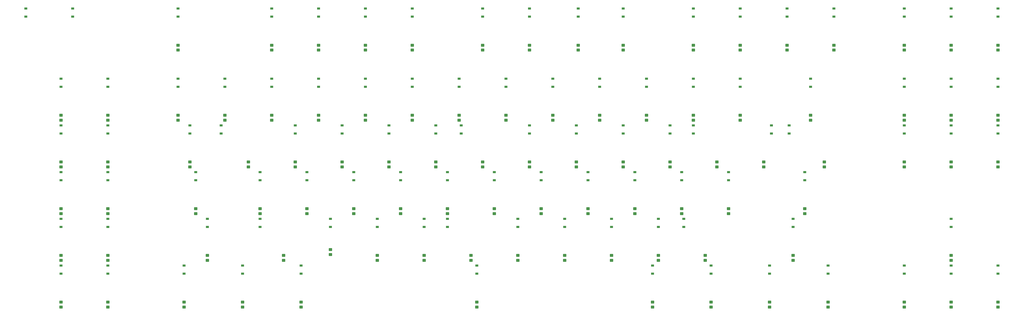
<source format=gbp>
G04 #@! TF.GenerationSoftware,KiCad,Pcbnew,6.0.7-f9a2dced07~116~ubuntu22.04.1*
G04 #@! TF.CreationDate,2022-09-05T17:56:12+01:00*
G04 #@! TF.ProjectId,keyboard,6b657962-6f61-4726-942e-6b696361645f,rev?*
G04 #@! TF.SameCoordinates,Original*
G04 #@! TF.FileFunction,Paste,Bot*
G04 #@! TF.FilePolarity,Positive*
%FSLAX46Y46*%
G04 Gerber Fmt 4.6, Leading zero omitted, Abs format (unit mm)*
G04 Created by KiCad (PCBNEW 6.0.7-f9a2dced07~116~ubuntu22.04.1) date 2022-09-05 17:56:12*
%MOMM*%
%LPD*%
G01*
G04 APERTURE LIST*
G04 Aperture macros list*
%AMRoundRect*
0 Rectangle with rounded corners*
0 $1 Rounding radius*
0 $2 $3 $4 $5 $6 $7 $8 $9 X,Y pos of 4 corners*
0 Add a 4 corners polygon primitive as box body*
4,1,4,$2,$3,$4,$5,$6,$7,$8,$9,$2,$3,0*
0 Add four circle primitives for the rounded corners*
1,1,$1+$1,$2,$3*
1,1,$1+$1,$4,$5*
1,1,$1+$1,$6,$7*
1,1,$1+$1,$8,$9*
0 Add four rect primitives between the rounded corners*
20,1,$1+$1,$2,$3,$4,$5,0*
20,1,$1+$1,$4,$5,$6,$7,0*
20,1,$1+$1,$6,$7,$8,$9,0*
20,1,$1+$1,$8,$9,$2,$3,0*%
G04 Aperture macros list end*
%ADD10R,1.200000X0.900000*%
%ADD11RoundRect,0.250000X-0.450000X0.350000X-0.450000X-0.350000X0.450000X-0.350000X0.450000X0.350000X0*%
G04 APERTURE END LIST*
D10*
X313531250Y-118206250D03*
X313531250Y-121506250D03*
D11*
X199231250Y-180768750D03*
X199231250Y-182768750D03*
D10*
X465931250Y-146781250D03*
X465931250Y-150081250D03*
D11*
X175418750Y-218868750D03*
X175418750Y-220868750D03*
D10*
X189706250Y-146781250D03*
X189706250Y-150081250D03*
D11*
X275431250Y-133143750D03*
X275431250Y-135143750D03*
X446881250Y-180768750D03*
X446881250Y-182768750D03*
D10*
X261143750Y-184881250D03*
X261143750Y-188181250D03*
D11*
X313531250Y-180768750D03*
X313531250Y-182768750D03*
D10*
X275431250Y-165831250D03*
X275431250Y-169131250D03*
X389731250Y-146781250D03*
X389731250Y-150081250D03*
D11*
X313531250Y-133143750D03*
X313531250Y-135143750D03*
X218281250Y-180768750D03*
X218281250Y-182768750D03*
X254000000Y-237918750D03*
X254000000Y-239918750D03*
D10*
X446881250Y-222981250D03*
X446881250Y-226281250D03*
D11*
X132556250Y-133143750D03*
X132556250Y-135143750D03*
X382587500Y-218868750D03*
X382587500Y-220868750D03*
X465931250Y-161718750D03*
X465931250Y-163718750D03*
X161131250Y-180768750D03*
X161131250Y-182768750D03*
X144462500Y-218868750D03*
X144462500Y-220868750D03*
D10*
X446881250Y-165831250D03*
X446881250Y-169131250D03*
X280193750Y-184881250D03*
X280193750Y-188181250D03*
D11*
X256381250Y-180768750D03*
X256381250Y-182768750D03*
D10*
X165893750Y-203931250D03*
X165893750Y-207231250D03*
X103981250Y-165831250D03*
X103981250Y-169131250D03*
X265906250Y-146781250D03*
X265906250Y-150081250D03*
D11*
X446881250Y-237918750D03*
X446881250Y-239918750D03*
D10*
X151606250Y-146781250D03*
X151606250Y-150081250D03*
D11*
X208756250Y-161718750D03*
X208756250Y-163718750D03*
X170656250Y-161718750D03*
X170656250Y-163718750D03*
D10*
X380206250Y-118206250D03*
X380206250Y-121506250D03*
D11*
X389731250Y-161718750D03*
X389731250Y-163718750D03*
D10*
X342106250Y-165831250D03*
X342106250Y-169131250D03*
X308768750Y-203931250D03*
X308768750Y-207231250D03*
X213518750Y-203931250D03*
X213518750Y-207231250D03*
D11*
X242093750Y-199818750D03*
X242093750Y-201818750D03*
D10*
X84931250Y-203931250D03*
X84931250Y-207231250D03*
X338137500Y-203931250D03*
X338137500Y-207231250D03*
D11*
X84931250Y-180768750D03*
X84931250Y-182768750D03*
D10*
X184943750Y-184881250D03*
X184943750Y-188181250D03*
D11*
X387350000Y-199818750D03*
X387350000Y-201818750D03*
X373062500Y-237918750D03*
X373062500Y-239918750D03*
D10*
X361156250Y-146781250D03*
X361156250Y-150081250D03*
D11*
X203993750Y-199818750D03*
X203993750Y-201818750D03*
D10*
X275431250Y-118206250D03*
X275431250Y-121506250D03*
X318293750Y-184881250D03*
X318293750Y-188181250D03*
X446881250Y-146781250D03*
X446881250Y-150081250D03*
D11*
X246856250Y-161718750D03*
X246856250Y-163718750D03*
D10*
X103981250Y-146781250D03*
X103981250Y-150081250D03*
X242093750Y-203931250D03*
X242093750Y-207231250D03*
D11*
X427831250Y-161718750D03*
X427831250Y-163718750D03*
X132556250Y-161718750D03*
X132556250Y-163718750D03*
D10*
X84931250Y-165831250D03*
X84931250Y-169131250D03*
D11*
X180181250Y-180768750D03*
X180181250Y-182768750D03*
D10*
X208756250Y-146781250D03*
X208756250Y-150081250D03*
X323056250Y-146781250D03*
X323056250Y-150081250D03*
X89693750Y-118206250D03*
X89693750Y-121506250D03*
D11*
X342106250Y-133143750D03*
X342106250Y-135143750D03*
X446881250Y-218868750D03*
X446881250Y-220868750D03*
D10*
X237331250Y-165831250D03*
X237331250Y-169131250D03*
X170656250Y-118206250D03*
X170656250Y-121506250D03*
D11*
X361156250Y-161718750D03*
X361156250Y-163718750D03*
X139700000Y-199818750D03*
X139700000Y-201818750D03*
D10*
X342106250Y-118206250D03*
X342106250Y-121506250D03*
D11*
X251618750Y-218868750D03*
X251618750Y-220868750D03*
D10*
X337343750Y-184881250D03*
X337343750Y-188181250D03*
X182562500Y-222981250D03*
X182562500Y-226281250D03*
X295275000Y-118206250D03*
X295275000Y-121506250D03*
X332581250Y-165831250D03*
X332581250Y-169131250D03*
D11*
X158750000Y-237918750D03*
X158750000Y-239918750D03*
D10*
X189706250Y-118206250D03*
X189706250Y-121506250D03*
D11*
X295275000Y-133143750D03*
X295275000Y-135143750D03*
D10*
X218281250Y-165831250D03*
X218281250Y-169131250D03*
D11*
X337343750Y-199818750D03*
X337343750Y-201818750D03*
X318293750Y-199818750D03*
X318293750Y-201818750D03*
D10*
X465931250Y-118206250D03*
X465931250Y-121506250D03*
D11*
X299243750Y-199818750D03*
X299243750Y-201818750D03*
D10*
X137318750Y-165831250D03*
X137318750Y-169131250D03*
X139700000Y-184881250D03*
X139700000Y-188181250D03*
X254000000Y-222981250D03*
X254000000Y-226281250D03*
X84931250Y-222981250D03*
X84931250Y-226281250D03*
D11*
X327818750Y-218868750D03*
X327818750Y-220868750D03*
X280193750Y-199818750D03*
X280193750Y-201818750D03*
X227806250Y-133143750D03*
X227806250Y-135143750D03*
D10*
X70643750Y-118206250D03*
X70643750Y-121506250D03*
X387350000Y-184881250D03*
X387350000Y-188181250D03*
D11*
X227806250Y-161718750D03*
X227806250Y-163718750D03*
D10*
X246856250Y-146781250D03*
X246856250Y-150081250D03*
X382587500Y-203931250D03*
X382587500Y-207231250D03*
D11*
X103981250Y-180768750D03*
X103981250Y-182768750D03*
D10*
X427831250Y-222981250D03*
X427831250Y-226281250D03*
D11*
X399256250Y-133143750D03*
X399256250Y-135143750D03*
X465931250Y-180768750D03*
X465931250Y-182768750D03*
D10*
X361156250Y-118206250D03*
X361156250Y-121506250D03*
X270668750Y-203931250D03*
X270668750Y-207231250D03*
X356393750Y-184881250D03*
X356393750Y-188181250D03*
D11*
X189706250Y-161718750D03*
X189706250Y-163718750D03*
D10*
X144462500Y-203931250D03*
X144462500Y-207231250D03*
X446881250Y-203931250D03*
X446881250Y-207231250D03*
X227806250Y-118206250D03*
X227806250Y-121506250D03*
X446881250Y-118206250D03*
X446881250Y-121506250D03*
D11*
X84931250Y-218868750D03*
X84931250Y-220868750D03*
X284956250Y-161718750D03*
X284956250Y-163718750D03*
X182562500Y-237918750D03*
X182562500Y-239918750D03*
X237331250Y-180768750D03*
X237331250Y-182768750D03*
X165893750Y-199818750D03*
X165893750Y-201818750D03*
D10*
X304006250Y-146781250D03*
X304006250Y-150081250D03*
D11*
X137318750Y-180768750D03*
X137318750Y-182768750D03*
D10*
X103981250Y-222981250D03*
X103981250Y-226281250D03*
D11*
X325437500Y-237918750D03*
X325437500Y-239918750D03*
D10*
X170656250Y-146781250D03*
X170656250Y-150081250D03*
X396875000Y-222981250D03*
X396875000Y-226281250D03*
D11*
X134937500Y-237918750D03*
X134937500Y-239918750D03*
D10*
X289718750Y-203931250D03*
X289718750Y-207231250D03*
D11*
X84931250Y-161718750D03*
X84931250Y-163718750D03*
X427831250Y-133143750D03*
X427831250Y-135143750D03*
X308768750Y-218868750D03*
X308768750Y-220868750D03*
X396875000Y-237918750D03*
X396875000Y-239918750D03*
D10*
X373062500Y-222981250D03*
X373062500Y-226281250D03*
X199231250Y-165831250D03*
X199231250Y-169131250D03*
X134937500Y-222981250D03*
X134937500Y-226281250D03*
D11*
X346868750Y-218868750D03*
X346868750Y-220868750D03*
D10*
X284956250Y-146781250D03*
X284956250Y-150081250D03*
D11*
X184943750Y-199818750D03*
X184943750Y-201818750D03*
D10*
X247650000Y-165831250D03*
X247650000Y-169131250D03*
D11*
X446881250Y-161718750D03*
X446881250Y-163718750D03*
D10*
X84931250Y-184881250D03*
X84931250Y-188181250D03*
X132556250Y-118206250D03*
X132556250Y-121506250D03*
D11*
X304006250Y-161718750D03*
X304006250Y-163718750D03*
D10*
X399256250Y-118206250D03*
X399256250Y-121506250D03*
D11*
X84931250Y-237918750D03*
X84931250Y-239918750D03*
D10*
X381000000Y-165831250D03*
X381000000Y-169131250D03*
X327818750Y-203931250D03*
X327818750Y-207231250D03*
D11*
X194468750Y-216487500D03*
X194468750Y-218487500D03*
D10*
X427831250Y-118206250D03*
X427831250Y-121506250D03*
D11*
X380206250Y-133143750D03*
X380206250Y-135143750D03*
X261143750Y-199818750D03*
X261143750Y-201818750D03*
D10*
X242093750Y-184881250D03*
X242093750Y-188181250D03*
D11*
X323056250Y-161718750D03*
X323056250Y-163718750D03*
X103981250Y-218868750D03*
X103981250Y-220868750D03*
X349250000Y-237918750D03*
X349250000Y-239918750D03*
D10*
X180181250Y-165831250D03*
X180181250Y-169131250D03*
D11*
X370681250Y-180768750D03*
X370681250Y-182768750D03*
X294481250Y-180768750D03*
X294481250Y-182768750D03*
X103981250Y-237918750D03*
X103981250Y-239918750D03*
D10*
X349250000Y-222981250D03*
X349250000Y-226281250D03*
X158750000Y-222981250D03*
X158750000Y-226281250D03*
D11*
X289718750Y-218868750D03*
X289718750Y-220868750D03*
D10*
X132556250Y-146781250D03*
X132556250Y-150081250D03*
D11*
X465931250Y-133143750D03*
X465931250Y-135143750D03*
X446881250Y-133143750D03*
X446881250Y-135143750D03*
X103981250Y-161718750D03*
X103981250Y-163718750D03*
X332581250Y-180768750D03*
X332581250Y-182768750D03*
X275431250Y-180768750D03*
X275431250Y-182768750D03*
X232568750Y-218868750D03*
X232568750Y-220868750D03*
X151606250Y-161718750D03*
X151606250Y-163718750D03*
X356393750Y-199818750D03*
X356393750Y-201818750D03*
X208756250Y-133143750D03*
X208756250Y-135143750D03*
D10*
X84931250Y-146781250D03*
X84931250Y-150081250D03*
X465931250Y-222981250D03*
X465931250Y-226281250D03*
D11*
X170656250Y-133143750D03*
X170656250Y-135143750D03*
D10*
X256381250Y-118206250D03*
X256381250Y-121506250D03*
X313531250Y-165831250D03*
X313531250Y-169131250D03*
X194468750Y-203931250D03*
X194468750Y-207231250D03*
X203993750Y-184881250D03*
X203993750Y-188181250D03*
D11*
X427831250Y-237918750D03*
X427831250Y-239918750D03*
X103981250Y-199818750D03*
X103981250Y-201818750D03*
X223043750Y-199818750D03*
X223043750Y-201818750D03*
D10*
X223043750Y-184881250D03*
X223043750Y-188181250D03*
D11*
X270668750Y-218868750D03*
X270668750Y-220868750D03*
D10*
X427831250Y-165831250D03*
X427831250Y-169131250D03*
X103981250Y-184881250D03*
X103981250Y-188181250D03*
D11*
X213518750Y-218868750D03*
X213518750Y-220868750D03*
X351631250Y-180768750D03*
X351631250Y-182768750D03*
D10*
X150018750Y-165831250D03*
X150018750Y-169131250D03*
D11*
X465931250Y-237918750D03*
X465931250Y-239918750D03*
D10*
X165893750Y-184881250D03*
X165893750Y-188181250D03*
X373856250Y-165831250D03*
X373856250Y-169131250D03*
D11*
X427831250Y-180768750D03*
X427831250Y-182768750D03*
D10*
X325437500Y-222981250D03*
X325437500Y-226281250D03*
D11*
X265906250Y-161718750D03*
X265906250Y-163718750D03*
D10*
X294481250Y-165831250D03*
X294481250Y-169131250D03*
D11*
X361156250Y-133143750D03*
X361156250Y-135143750D03*
D10*
X232568750Y-203931250D03*
X232568750Y-207231250D03*
D11*
X189706250Y-133143750D03*
X189706250Y-135143750D03*
D10*
X465931250Y-165831250D03*
X465931250Y-169131250D03*
X342106250Y-146781250D03*
X342106250Y-150081250D03*
X103981250Y-203931250D03*
X103981250Y-207231250D03*
X427831250Y-146781250D03*
X427831250Y-150081250D03*
X227806250Y-146781250D03*
X227806250Y-150081250D03*
D11*
X84931250Y-199818750D03*
X84931250Y-201818750D03*
D10*
X208756250Y-118206250D03*
X208756250Y-121506250D03*
X299243750Y-184881250D03*
X299243750Y-188181250D03*
D11*
X395287500Y-180768750D03*
X395287500Y-182768750D03*
X256381250Y-133143750D03*
X256381250Y-135143750D03*
X342106250Y-161718750D03*
X342106250Y-163718750D03*
M02*

</source>
